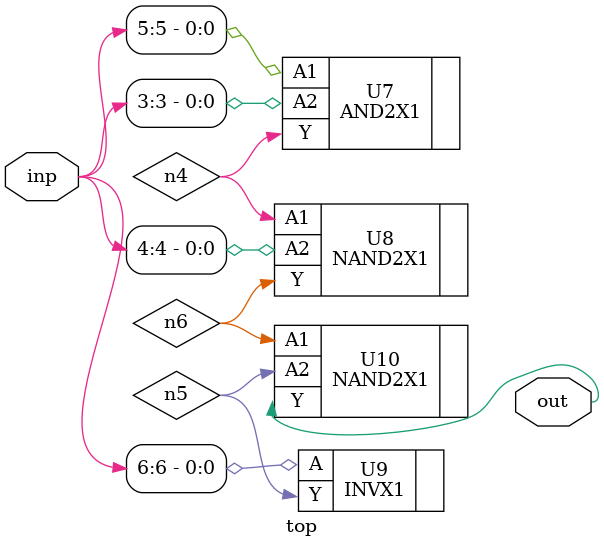
<source format=sv>


module top ( inp, out );
  input [6:0] inp;
  output out;
  wire   n4, n5, n6;

  AND2X1 U7 ( .A1(inp[5]), .A2(inp[3]), .Y(n4) );
  NAND2X1 U8 ( .A1(n4), .A2(inp[4]), .Y(n6) );
  INVX1 U9 ( .A(inp[6]), .Y(n5) );
  NAND2X1 U10 ( .A1(n6), .A2(n5), .Y(out) );
endmodule


</source>
